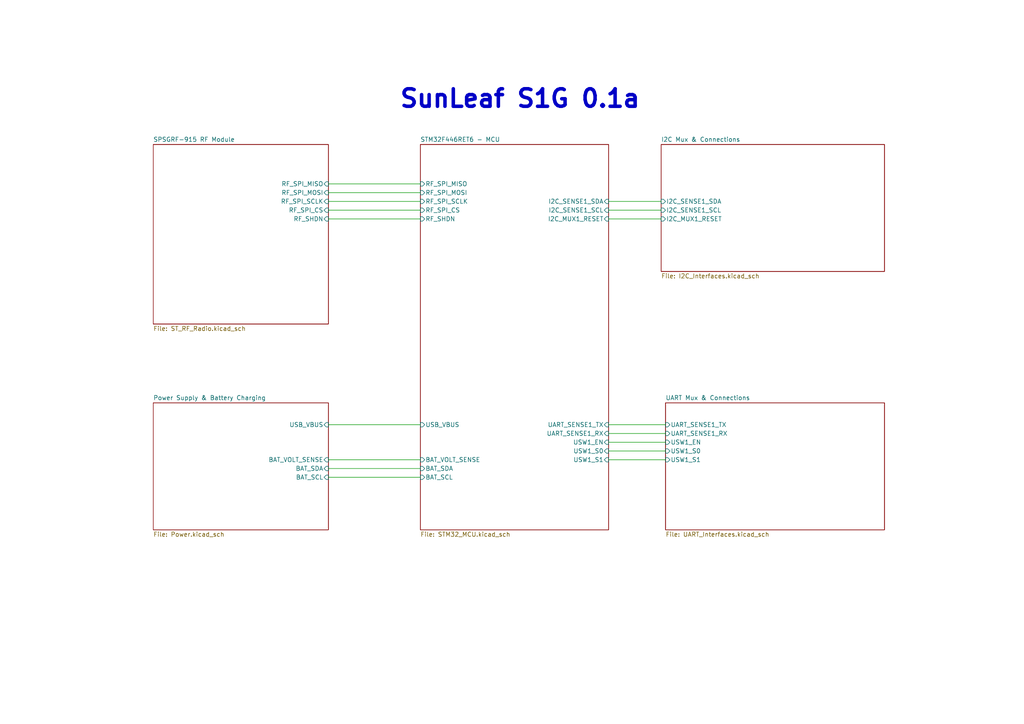
<source format=kicad_sch>
(kicad_sch
	(version 20231120)
	(generator "eeschema")
	(generator_version "8.0")
	(uuid "6324ab5c-ba26-4036-a96d-f365b7ba3d88")
	(paper "A4")
	(lib_symbols)
	(wire
		(pts
			(xy 95.25 135.89) (xy 121.92 135.89)
		)
		(stroke
			(width 0)
			(type default)
		)
		(uuid "0a6ac81f-7742-49c5-8285-b96c9330227b")
	)
	(wire
		(pts
			(xy 191.77 60.96) (xy 176.53 60.96)
		)
		(stroke
			(width 0)
			(type default)
		)
		(uuid "117cf53c-42e4-4e36-a82a-3c73edcb8a0e")
	)
	(wire
		(pts
			(xy 95.25 58.42) (xy 121.92 58.42)
		)
		(stroke
			(width 0)
			(type default)
		)
		(uuid "1b632d37-986e-4bef-90f8-b16ee407035d")
	)
	(wire
		(pts
			(xy 176.53 123.19) (xy 193.04 123.19)
		)
		(stroke
			(width 0)
			(type default)
		)
		(uuid "26efdcb7-f6c8-4808-b5fb-e5ae440fb0d1")
	)
	(wire
		(pts
			(xy 193.04 125.73) (xy 176.53 125.73)
		)
		(stroke
			(width 0)
			(type default)
		)
		(uuid "2aaf32e6-173a-4a30-bdb0-069826db7d35")
	)
	(wire
		(pts
			(xy 95.25 123.19) (xy 121.92 123.19)
		)
		(stroke
			(width 0)
			(type default)
		)
		(uuid "486b0fb3-dbbf-405c-8d97-f7cf94455b0a")
	)
	(wire
		(pts
			(xy 176.53 63.5) (xy 191.77 63.5)
		)
		(stroke
			(width 0)
			(type default)
		)
		(uuid "5a2ea0fd-f9a1-4fb6-a9a8-6b44d9574b1a")
	)
	(wire
		(pts
			(xy 95.25 53.34) (xy 121.92 53.34)
		)
		(stroke
			(width 0)
			(type default)
		)
		(uuid "68bb68a0-169a-4cbd-b667-63dabe685548")
	)
	(wire
		(pts
			(xy 176.53 58.42) (xy 191.77 58.42)
		)
		(stroke
			(width 0)
			(type default)
		)
		(uuid "8d1aac85-d77f-405a-97fb-344136e547ae")
	)
	(wire
		(pts
			(xy 121.92 133.35) (xy 95.25 133.35)
		)
		(stroke
			(width 0)
			(type default)
		)
		(uuid "916cf70b-3c59-4208-b185-ed7a5403bf10")
	)
	(wire
		(pts
			(xy 176.53 130.81) (xy 193.04 130.81)
		)
		(stroke
			(width 0)
			(type default)
		)
		(uuid "94fc1a0a-4abb-41d8-b377-aba79469b8f2")
	)
	(wire
		(pts
			(xy 121.92 138.43) (xy 95.25 138.43)
		)
		(stroke
			(width 0)
			(type default)
		)
		(uuid "af7b2208-1f8e-438b-91e1-016942bf5c34")
	)
	(wire
		(pts
			(xy 176.53 128.27) (xy 193.04 128.27)
		)
		(stroke
			(width 0)
			(type default)
		)
		(uuid "bd7e08fc-de1d-49f1-b8e8-ccfa6af1d334")
	)
	(wire
		(pts
			(xy 121.92 55.88) (xy 95.25 55.88)
		)
		(stroke
			(width 0)
			(type default)
		)
		(uuid "beaac6d6-ee94-4589-b1d5-adfd55366a20")
	)
	(wire
		(pts
			(xy 95.25 60.96) (xy 121.92 60.96)
		)
		(stroke
			(width 0)
			(type default)
		)
		(uuid "e451df5b-2ebb-42b7-a179-c92730c437cc")
	)
	(wire
		(pts
			(xy 193.04 133.35) (xy 176.53 133.35)
		)
		(stroke
			(width 0)
			(type default)
		)
		(uuid "e56e0bcd-e147-45b9-bcfe-2549bf85b661")
	)
	(wire
		(pts
			(xy 121.92 63.5) (xy 95.25 63.5)
		)
		(stroke
			(width 0)
			(type default)
		)
		(uuid "f343e742-25b1-4a71-bd6a-8c4a4fc41c0a")
	)
	(text "SunLeaf S1G 0.1a"
		(exclude_from_sim no)
		(at 115.57 31.75 0)
		(effects
			(font
				(size 5.08 5.08)
				(thickness 1.016)
				(bold yes)
			)
			(justify left bottom)
		)
		(uuid "c317acc3-5f90-4e44-b0a4-410e51fa5b22")
	)
	(sheet
		(at 121.92 41.91)
		(size 54.61 111.76)
		(fields_autoplaced yes)
		(stroke
			(width 0)
			(type solid)
		)
		(fill
			(color 0 0 0 0.0000)
		)
		(uuid "00000000-0000-0000-0000-00005f054f9e")
		(property "Sheetname" "STM32F446RET6 - MCU"
			(at 121.92 41.1984 0)
			(effects
				(font
					(size 1.27 1.27)
				)
				(justify left bottom)
			)
		)
		(property "Sheetfile" "STM32_MCU.kicad_sch"
			(at 121.92 154.2546 0)
			(effects
				(font
					(size 1.27 1.27)
				)
				(justify left top)
			)
		)
		(pin "UART_SENSE1_TX" input
			(at 176.53 123.19 0)
			(effects
				(font
					(size 1.27 1.27)
				)
				(justify right)
			)
			(uuid "1888e634-951c-4141-93bd-37910ba26b1f")
		)
		(pin "I2C_SENSE1_SDA" input
			(at 176.53 58.42 0)
			(effects
				(font
					(size 1.27 1.27)
				)
				(justify right)
			)
			(uuid "4a4c6e38-035f-425a-af0f-98d11ad52278")
		)
		(pin "I2C_SENSE1_SCL" input
			(at 176.53 60.96 0)
			(effects
				(font
					(size 1.27 1.27)
				)
				(justify right)
			)
			(uuid "50d0707b-aa3d-4d18-9b84-cf5b5c296436")
		)
		(pin "I2C_MUX1_RESET" input
			(at 176.53 63.5 0)
			(effects
				(font
					(size 1.27 1.27)
				)
				(justify right)
			)
			(uuid "b801edbe-b10a-449c-bfd1-d5f57f38fb4d")
		)
		(pin "USW1_EN" input
			(at 176.53 128.27 0)
			(effects
				(font
					(size 1.27 1.27)
				)
				(justify right)
			)
			(uuid "42d58042-2c8c-4975-9038-f0241d7fc617")
		)
		(pin "USW1_S0" input
			(at 176.53 130.81 0)
			(effects
				(font
					(size 1.27 1.27)
				)
				(justify right)
			)
			(uuid "3f51c76b-13d8-4d16-b893-34862bb245ee")
		)
		(pin "USW1_S1" input
			(at 176.53 133.35 0)
			(effects
				(font
					(size 1.27 1.27)
				)
				(justify right)
			)
			(uuid "f863f717-1310-4f01-9ad8-6bcfd6b99614")
		)
		(pin "UART_SENSE1_RX" input
			(at 176.53 125.73 0)
			(effects
				(font
					(size 1.27 1.27)
				)
				(justify right)
			)
			(uuid "fb5e14c7-8af5-47a8-9254-b4684ccc0094")
		)
		(pin "RF_SHDN" input
			(at 121.92 63.5 180)
			(effects
				(font
					(size 1.27 1.27)
				)
				(justify left)
			)
			(uuid "0516179e-4d92-4ed8-9ff1-adfbf766969f")
		)
		(pin "RF_SPI_CS" input
			(at 121.92 60.96 180)
			(effects
				(font
					(size 1.27 1.27)
				)
				(justify left)
			)
			(uuid "04bed076-213d-4adc-bfca-a610bb6459c7")
		)
		(pin "RF_SPI_MOSI" input
			(at 121.92 55.88 180)
			(effects
				(font
					(size 1.27 1.27)
				)
				(justify left)
			)
			(uuid "b3df91d2-fbe8-46e0-92cd-aeec15bdb7d8")
		)
		(pin "RF_SPI_MISO" input
			(at 121.92 53.34 180)
			(effects
				(font
					(size 1.27 1.27)
				)
				(justify left)
			)
			(uuid "afcca075-7ea2-4c13-bc1d-03ed19e1b621")
		)
		(pin "RF_SPI_SCLK" input
			(at 121.92 58.42 180)
			(effects
				(font
					(size 1.27 1.27)
				)
				(justify left)
			)
			(uuid "7ccb93ec-e75a-467f-b028-8975c67eddbe")
		)
		(pin "USB_VBUS" input
			(at 121.92 123.19 180)
			(effects
				(font
					(size 1.27 1.27)
				)
				(justify left)
			)
			(uuid "51be746b-861b-4ac1-86a2-47eb1b59d4f8")
		)
		(pin "BAT_VOLT_SENSE" input
			(at 121.92 133.35 180)
			(effects
				(font
					(size 1.27 1.27)
				)
				(justify left)
			)
			(uuid "7f4bb577-924b-4098-b726-255624245577")
		)
		(pin "BAT_SDA" input
			(at 121.92 135.89 180)
			(effects
				(font
					(size 1.27 1.27)
				)
				(justify left)
			)
			(uuid "a152db07-5c70-4126-b671-1d7e71ad1841")
		)
		(pin "BAT_SCL" input
			(at 121.92 138.43 180)
			(effects
				(font
					(size 1.27 1.27)
				)
				(justify left)
			)
			(uuid "faae712d-cba9-405c-a247-62270f3d2337")
		)
		(instances
			(project "agricoltura-SunLeaf-S1G"
				(path "/6324ab5c-ba26-4036-a96d-f365b7ba3d88"
					(page "4")
				)
			)
		)
	)
	(sheet
		(at 44.45 41.91)
		(size 50.8 52.07)
		(fields_autoplaced yes)
		(stroke
			(width 0)
			(type solid)
		)
		(fill
			(color 0 0 0 0.0000)
		)
		(uuid "00000000-0000-0000-0000-00005f055094")
		(property "Sheetname" "SPSGRF-915 RF Module "
			(at 44.45 41.1984 0)
			(effects
				(font
					(size 1.27 1.27)
				)
				(justify left bottom)
			)
		)
		(property "Sheetfile" "ST_RF_Radio.kicad_sch"
			(at 44.45 94.5646 0)
			(effects
				(font
					(size 1.27 1.27)
				)
				(justify left top)
			)
		)
		(pin "RF_SHDN" input
			(at 95.25 63.5 0)
			(effects
				(font
					(size 1.27 1.27)
				)
				(justify right)
			)
			(uuid "5640ecc7-7917-46de-9e7c-d32c0918051f")
		)
		(pin "RF_SPI_CS" input
			(at 95.25 60.96 0)
			(effects
				(font
					(size 1.27 1.27)
				)
				(justify right)
			)
			(uuid "c6eadd5c-02f5-41ff-9963-371c077893f8")
		)
		(pin "RF_SPI_MOSI" input
			(at 95.25 55.88 0)
			(effects
				(font
					(size 1.27 1.27)
				)
				(justify right)
			)
			(uuid "fb0e4572-bad0-43f4-afcf-80852923353a")
		)
		(pin "RF_SPI_MISO" input
			(at 95.25 53.34 0)
			(effects
				(font
					(size 1.27 1.27)
				)
				(justify right)
			)
			(uuid "edf579ea-e6b2-4d71-a9f7-1f49bb04d7a1")
		)
		(pin "RF_SPI_SCLK" input
			(at 95.25 58.42 0)
			(effects
				(font
					(size 1.27 1.27)
				)
				(justify right)
			)
			(uuid "d4dbac65-0759-4d86-9e68-a03fab967145")
		)
		(instances
			(project "agricoltura-SunLeaf-S1G"
				(path "/6324ab5c-ba26-4036-a96d-f365b7ba3d88"
					(page "2")
				)
			)
		)
	)
	(sheet
		(at 44.45 116.84)
		(size 50.8 36.83)
		(fields_autoplaced yes)
		(stroke
			(width 0)
			(type solid)
		)
		(fill
			(color 0 0 0 0.0000)
		)
		(uuid "00000000-0000-0000-0000-00005f055222")
		(property "Sheetname" "Power Supply & Battery Charging"
			(at 44.45 116.1284 0)
			(effects
				(font
					(size 1.27 1.27)
				)
				(justify left bottom)
			)
		)
		(property "Sheetfile" "Power.kicad_sch"
			(at 44.45 154.2546 0)
			(effects
				(font
					(size 1.27 1.27)
				)
				(justify left top)
			)
		)
		(pin "USB_VBUS" input
			(at 95.25 123.19 0)
			(effects
				(font
					(size 1.27 1.27)
				)
				(justify right)
			)
			(uuid "007cf3b9-f8bb-4b94-8e31-35fd25a8fdeb")
		)
		(pin "BAT_VOLT_SENSE" input
			(at 95.25 133.35 0)
			(effects
				(font
					(size 1.27 1.27)
				)
				(justify right)
			)
			(uuid "50165d25-5ab2-4488-9a50-c3f9ee71c741")
		)
		(pin "BAT_SDA" input
			(at 95.25 135.89 0)
			(effects
				(font
					(size 1.27 1.27)
				)
				(justify right)
			)
			(uuid "80e53567-a635-4de6-9ad3-ecb2cdcdc96d")
		)
		(pin "BAT_SCL" input
			(at 95.25 138.43 0)
			(effects
				(font
					(size 1.27 1.27)
				)
				(justify right)
			)
			(uuid "f82ad009-40da-4295-996f-21c89ca4d82f")
		)
		(instances
			(project "agricoltura-SunLeaf-S1G"
				(path "/6324ab5c-ba26-4036-a96d-f365b7ba3d88"
					(page "3")
				)
			)
		)
	)
	(sheet
		(at 191.77 41.91)
		(size 64.77 36.83)
		(fields_autoplaced yes)
		(stroke
			(width 0)
			(type solid)
		)
		(fill
			(color 0 0 0 0.0000)
		)
		(uuid "00000000-0000-0000-0000-00005f0552da")
		(property "Sheetname" "I2C Mux & Connections"
			(at 191.77 41.1984 0)
			(effects
				(font
					(size 1.27 1.27)
				)
				(justify left bottom)
			)
		)
		(property "Sheetfile" "I2C_Interfaces.kicad_sch"
			(at 191.77 79.3246 0)
			(effects
				(font
					(size 1.27 1.27)
				)
				(justify left top)
			)
		)
		(pin "I2C_SENSE1_SDA" input
			(at 191.77 58.42 180)
			(effects
				(font
					(size 1.27 1.27)
				)
				(justify left)
			)
			(uuid "eec9b070-4625-4288-b923-f4e61c7b3213")
		)
		(pin "I2C_SENSE1_SCL" input
			(at 191.77 60.96 180)
			(effects
				(font
					(size 1.27 1.27)
				)
				(justify left)
			)
			(uuid "5c8b51da-5e56-484b-97d8-7a5857bad20a")
		)
		(pin "I2C_MUX1_RESET" input
			(at 191.77 63.5 180)
			(effects
				(font
					(size 1.27 1.27)
				)
				(justify left)
			)
			(uuid "4bec403d-de35-4266-ba3a-b0f0c359c3c0")
		)
		(instances
			(project "agricoltura-SunLeaf-S1G"
				(path "/6324ab5c-ba26-4036-a96d-f365b7ba3d88"
					(page "5")
				)
			)
		)
	)
	(sheet
		(at 193.04 116.84)
		(size 63.5 36.83)
		(fields_autoplaced yes)
		(stroke
			(width 0)
			(type solid)
		)
		(fill
			(color 0 0 0 0.0000)
		)
		(uuid "00000000-0000-0000-0000-00005f05538c")
		(property "Sheetname" "UART Mux & Connections"
			(at 193.04 116.1284 0)
			(effects
				(font
					(size 1.27 1.27)
				)
				(justify left bottom)
			)
		)
		(property "Sheetfile" "UART_Interfaces.kicad_sch"
			(at 193.04 154.2546 0)
			(effects
				(font
					(size 1.27 1.27)
				)
				(justify left top)
			)
		)
		(pin "UART_SENSE1_TX" input
			(at 193.04 123.19 180)
			(effects
				(font
					(size 1.27 1.27)
				)
				(justify left)
			)
			(uuid "d6802a09-fc47-4d35-bdbb-0229e971474d")
		)
		(pin "UART_SENSE1_RX" input
			(at 193.04 125.73 180)
			(effects
				(font
					(size 1.27 1.27)
				)
				(justify left)
			)
			(uuid "db99a618-1be7-482e-8981-5fa54ec31f0e")
		)
		(pin "USW1_S1" input
			(at 193.04 133.35 180)
			(effects
				(font
					(size 1.27 1.27)
				)
				(justify left)
			)
			(uuid "9e64e3bb-0ed8-49cb-a8ea-815027d1128e")
		)
		(pin "USW1_S0" input
			(at 193.04 130.81 180)
			(effects
				(font
					(size 1.27 1.27)
				)
				(justify left)
			)
			(uuid "fc99e1b1-7a41-4b1f-8796-2d5d8a0ff0f0")
		)
		(pin "USW1_EN" input
			(at 193.04 128.27 180)
			(effects
				(font
					(size 1.27 1.27)
				)
				(justify left)
			)
			(uuid "e5604923-9116-471a-bb1b-6b439c40fe29")
		)
		(instances
			(project "agricoltura-SunLeaf-S1G"
				(path "/6324ab5c-ba26-4036-a96d-f365b7ba3d88"
					(page "6")
				)
			)
		)
	)
	(sheet_instances
		(path "/"
			(page "1")
		)
	)
)
</source>
